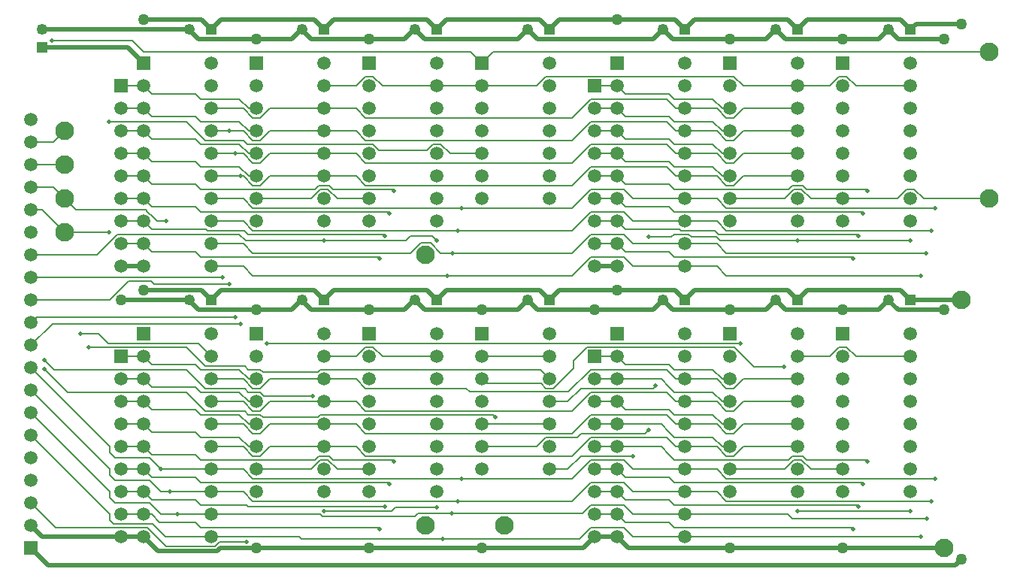
<source format=gbl>
G04*
G04 #@! TF.GenerationSoftware,Altium Limited,Altium Designer,21.9.1 (22)*
G04*
G04 Layer_Physical_Order=2*
G04 Layer_Color=16711680*
%FSLAX25Y25*%
%MOIN*%
G70*
G04*
G04 #@! TF.SameCoordinates,0A486EDA-56B9-4A0C-ABDC-9502F26F7F0D*
G04*
G04*
G04 #@! TF.FilePolarity,Positive*
G04*
G01*
G75*
%ADD26C,0.02000*%
%ADD27C,0.00800*%
%ADD28C,0.08268*%
%ADD29C,0.05906*%
%ADD30R,0.05906X0.05906*%
%ADD31R,0.05906X0.05906*%
%ADD32C,0.05906*%
%ADD33C,0.04921*%
%ADD34R,0.04921X0.04921*%
%ADD35R,0.04921X0.04921*%
%ADD36C,0.02000*%
%ADD37C,0.05000*%
D26*
X330236Y349921D02*
X330315Y350000D01*
X326054Y345739D02*
X330236Y349921D01*
X193984Y120000D02*
X260000D01*
X192631Y118647D02*
X193984Y120000D01*
X166353Y118647D02*
X192631D01*
X160000Y125000D02*
X166353Y118647D01*
X360000Y225739D02*
X385897D01*
X334418D02*
X360000D01*
X310000D02*
X326054D01*
X284576D02*
X310000D01*
X360000Y245000D02*
X370000D01*
X330236Y229921D02*
X330315Y230000D01*
X230000Y350000D02*
X234261Y345739D01*
X179842Y350000D02*
X184103Y345739D01*
X326054Y225739D02*
X330236Y229921D01*
X230000Y230000D02*
X234261Y225739D01*
X179842Y230000D02*
X184103Y225739D01*
X150000Y230000D02*
X179842D01*
X180157D01*
X160000Y234261D02*
Y234300D01*
X150000Y245000D02*
X160000D01*
Y234261D02*
X185739D01*
X190000Y230000D01*
X470000Y120000D02*
X515000D01*
X115000Y350000D02*
X179842D01*
X115000Y342126D02*
X152874D01*
X117500Y112500D02*
X520000D01*
X115000Y125000D02*
X150000D01*
X500000Y230000D02*
X522500D01*
X490176Y229858D02*
X494436Y225597D01*
X515000D01*
X502500Y352500D02*
X522500D01*
X500000Y350000D02*
X502500Y352500D01*
X520000Y112500D02*
X522500Y115000D01*
X110000Y120000D02*
X117500Y112500D01*
X490158Y350000D02*
X494418Y345739D01*
X515000D01*
X420000D02*
X435897D01*
X394418D02*
X420000D01*
X470000D02*
X485897D01*
X444418D02*
X470000D01*
X330236Y349921D02*
X334418Y345739D01*
X330157Y350000D02*
X330236Y349921D01*
X420000Y225739D02*
X435897D01*
X394418D02*
X420000D01*
X470000D02*
X485897D01*
X444418D02*
X470000D01*
X330236Y229921D02*
X334418Y225739D01*
X330157Y230000D02*
X330236Y229921D01*
X260000Y345739D02*
X275739D01*
X234261D02*
X260000D01*
X210000D02*
X225582D01*
X184103D02*
X210000D01*
Y225739D02*
X225582D01*
X184103D02*
X210000D01*
X160000Y354261D02*
X185739D01*
X395739Y234261D02*
X400000Y230000D01*
X369984Y234261D02*
X395739D01*
X344261Y234261D02*
X369984D01*
X234261Y225739D02*
X260000D01*
X275739D01*
X280000Y230000D01*
X179842Y350000D02*
X180157D01*
X160000Y354261D02*
Y354300D01*
X152874Y342126D02*
X160000Y335000D01*
X185739Y354261D02*
X190000Y350000D01*
Y230000D02*
X194261Y234261D01*
X235739D02*
X240000Y230000D01*
X194261Y234261D02*
X235739D01*
X244261D02*
X285739D01*
X240000Y230000D02*
X244261Y234261D01*
X285739D02*
X290000Y230000D01*
X294261Y234261D02*
X335739D01*
X290000Y230000D02*
X294261Y234261D01*
X335739D02*
X340000Y230000D01*
X344261Y234261D01*
X404261D02*
X445739D01*
X400000Y230000D02*
X404261Y234261D01*
X445739D02*
X450000Y230000D01*
X454261Y234261D02*
X495739D01*
X450000Y230000D02*
X454261Y234261D01*
X495739D02*
X500000Y230000D01*
X495739Y354261D02*
X500000Y350000D01*
X450000D02*
X454261Y354261D01*
X495739D01*
X445739D02*
X450000Y350000D01*
X400000D02*
X404261Y354261D01*
X445739D01*
X395739D02*
X400000Y350000D01*
X344261Y354261D02*
X395739D01*
X340000Y350000D02*
X344261Y354261D01*
X335739D02*
X340000Y350000D01*
X290000D02*
X294261Y354261D01*
X335739D01*
X285739D02*
X290000Y350000D01*
X240000D02*
X244261Y354261D01*
X285739D01*
X194261D02*
X235739D01*
X240000Y350000D01*
X190000D02*
X194261Y354261D01*
X485897Y225739D02*
X490158Y230000D01*
X440158D02*
X444418Y225739D01*
X390158Y230000D02*
X394418Y225739D01*
X435897D02*
X440158Y230000D01*
X280315D02*
X284576Y225739D01*
X385897D02*
X390158Y230000D01*
X225582Y225739D02*
X229842Y230000D01*
X225582Y345739D02*
X229842Y350000D01*
X275739Y345739D02*
X280000Y350000D01*
X385897Y345739D02*
X390158Y350000D01*
X334418Y345739D02*
X385897D01*
X280315Y350000D02*
X284576Y345739D01*
X326054D01*
X435897D02*
X440158Y350000D01*
X390158D02*
X394418Y345739D01*
X440158Y350000D02*
X444418Y345739D01*
X485897D02*
X490158Y350000D01*
X375000Y120000D02*
X420000D01*
X370000Y125000D02*
X375000Y120000D01*
X310000D02*
X355000D01*
X360000Y125000D01*
X370000D01*
X260000Y120000D02*
X310000D01*
X420000D02*
X470000D01*
X150000Y125000D02*
X160000D01*
X110000Y130000D02*
X115000Y125000D01*
D27*
X353753Y170753D02*
X382253D01*
X384000Y172500D01*
X370000Y175000D02*
X389500D01*
X360000D02*
X370000D01*
X384000Y258000D02*
X394000D01*
X395153Y259153D01*
X413807Y258000D02*
X415507Y256300D01*
X450000D01*
X414917Y259153D02*
X476347D01*
X418280Y260847D02*
X509092D01*
X414127Y265000D02*
X418280Y260847D01*
X413222D02*
X414917Y259153D01*
X402873Y258000D02*
X413807D01*
X395153Y259153D02*
X401720D01*
X402873Y258000D01*
X373500Y261500D02*
X397627D01*
X398280Y260847D01*
X370000Y265000D02*
X373500Y261500D01*
X398280Y260847D02*
X413222D01*
X400000Y255000D02*
X414127D01*
X377000D02*
X400000D01*
X414127D02*
X418280Y250847D01*
X353753Y160753D02*
X377000D01*
X370000Y165000D02*
X389500D01*
X360000D02*
X370000D01*
X340000Y155000D02*
X348000D01*
X353753Y160753D01*
X389500Y165000D02*
X393000Y161500D01*
X352153Y169153D02*
X353753Y170753D01*
X349974Y150847D02*
X358280Y159153D01*
X349974Y160847D02*
X358280Y169153D01*
X208280Y150847D02*
X349974D01*
X358280Y169153D02*
X391847D01*
X358280Y159153D02*
X372847D01*
X338280Y169153D02*
X352153D01*
X334127Y165000D02*
X338280Y169153D01*
X310000Y165000D02*
X334127D01*
X389500Y175000D02*
X393000Y171500D01*
X353753Y190753D02*
X385753D01*
X387000Y192000D01*
X348000Y185000D02*
X353753Y190753D01*
X340000Y185000D02*
X348000D01*
X370000Y195000D02*
X389500D01*
X393000Y191500D01*
X391847Y189153D02*
X396000Y185000D01*
X349974Y180847D02*
X358280Y189153D01*
X391847D01*
X356550Y209153D02*
X421847D01*
X430500Y200500D02*
X444000D01*
X421847Y209153D02*
X430500Y200500D01*
X341720Y190847D02*
X350500Y199627D01*
Y203103D01*
X356550Y209153D01*
X304647Y189247D02*
X348374D01*
X358280Y199153D02*
X391847D01*
X348374Y189247D02*
X358280Y199153D01*
X303047Y190847D02*
X304647Y189247D01*
X258280Y190847D02*
X303047D01*
X338280D02*
X341720D01*
X336127Y193000D02*
X338280Y190847D01*
X312000Y193000D02*
X336127D01*
X310000Y195000D02*
X312000Y193000D01*
X238280Y199153D02*
X335847D01*
X340000Y195000D01*
X135500Y209153D02*
X178847D01*
X132000Y215000D02*
X140000D01*
X120347Y199153D02*
X178847D01*
X116000Y203500D02*
X120347Y199153D01*
X116000Y199500D02*
X126347Y189153D01*
X110000Y200000D02*
X145000Y165000D01*
Y162251D02*
Y165000D01*
X144500Y309153D02*
X178847D01*
X125000Y260000D02*
X144500D01*
X110000Y250000D02*
X139127D01*
X148280Y259153D02*
X151720D01*
X151720Y259153D01*
X139127Y250000D02*
X148280Y259153D01*
X151720Y259153D02*
X202237D01*
X205090Y256300D01*
X190000Y255000D02*
X204127D01*
X208280Y250847D01*
X205090Y256300D02*
X240000D01*
X191720Y260847D02*
X204474D01*
X206169Y259153D01*
X163500Y261500D02*
X187627D01*
X188280Y260847D01*
X160000Y265000D02*
X163500Y261500D01*
X206169Y259153D02*
X266347D01*
X188280Y260847D02*
X191720D01*
X140000Y215000D02*
X144153Y210847D01*
X314847Y179153D02*
X316000Y178000D01*
X238280Y179153D02*
X314847D01*
X237127Y178000D02*
X238280Y179153D01*
X212873Y178000D02*
X237127D01*
X126347Y189153D02*
X178847D01*
X187247Y180753D01*
X206347Y179153D02*
X211720D01*
X187247Y180753D02*
X204747D01*
X206347Y179153D01*
X211720D02*
X212873Y178000D01*
X144153Y210847D02*
X184153D01*
X190000Y205000D01*
X178847Y209153D02*
X187247Y200753D01*
X178847Y309153D02*
X187153Y300847D01*
X204153D02*
X205847Y299153D01*
X187153Y300847D02*
X204153D01*
X261720Y299153D02*
X264373Y296500D01*
X285627D01*
X295873Y295000D02*
X310000D01*
X291720Y299153D02*
X295873Y295000D01*
X285627Y296500D02*
X288280Y299153D01*
X291720D01*
X205847D02*
X261720D01*
X211720Y189153D02*
X213373Y187500D01*
X235000D01*
X240000Y185000D02*
X254127D01*
X215873D02*
X240000D01*
X254127D02*
X258280Y180847D01*
X241720Y159153D02*
X245873Y155000D01*
X260000D01*
X204747Y190753D02*
X206347Y189153D01*
X187247Y190753D02*
X204747D01*
X206347Y189153D02*
X211720D01*
X178847Y199153D02*
X187247Y190753D01*
X110000Y210000D02*
X119500Y219500D01*
X203000D01*
X112500Y222500D02*
X200500D01*
X110000Y220000D02*
X112500Y222500D01*
X206347Y199153D02*
X211720D01*
X187247Y200753D02*
X204747D01*
X206347Y199153D01*
X202347D02*
X206500Y195000D01*
X185347Y199153D02*
X202347D01*
X211720D02*
X212873Y198000D01*
X237127D01*
X183000Y201500D02*
X185347Y199153D01*
X163500Y201500D02*
X183000D01*
X237127Y198000D02*
X238280Y199153D01*
X119212Y345000D02*
X155000D01*
X160000Y340000D01*
X305000D01*
X310000Y335000D01*
X315000Y340000D02*
X535000D01*
X310000Y335000D02*
X315000Y340000D01*
X421720Y329153D02*
X425873Y325000D01*
X450000D01*
X338280Y329153D02*
X421720D01*
X334127Y325000D02*
X338280Y329153D01*
X310000Y325000D02*
X334127D01*
X110000Y270000D02*
X115000D01*
X125000Y260000D01*
X110000Y290000D02*
X125000D01*
X120000Y300000D02*
X125000Y305000D01*
X110000Y300000D02*
X120000D01*
X470000Y275000D02*
X494127D01*
X498280Y279153D01*
X501720D01*
X505873Y275000D02*
X535000D01*
X501720Y279153D02*
X505873Y275000D01*
X418280Y270847D02*
X511068D01*
X214567Y210753D02*
X424567D01*
X193673Y122800D02*
X205500D01*
X191720Y120847D02*
X193673Y122800D01*
X161720Y129153D02*
X170026Y120847D01*
X152383Y130753D02*
X163747D01*
X169500Y125000D02*
X190000D01*
X163747Y130753D02*
X169500Y125000D01*
X170026Y120847D02*
X191720D01*
X190000Y125000D02*
X228935D01*
X151720Y129153D02*
X161720D01*
X229779Y124155D02*
X292457D01*
X228935Y125000D02*
X229779Y124155D01*
X292457D02*
X353282D01*
X160000Y135000D02*
X163500D01*
X167000Y131500D02*
X183000D01*
X163500Y135000D02*
X167000Y131500D01*
X151720Y129153D02*
X151720Y129153D01*
X152383Y130753D02*
X152383Y130753D01*
X120847Y129153D02*
X151720D01*
X145000Y132251D02*
X146498Y130753D01*
X152383D01*
X110000Y140000D02*
X120847Y129153D01*
X145000Y132251D02*
Y135000D01*
X110000Y170000D02*
X145000Y135000D01*
X147251Y140000D02*
X162500D01*
X145000Y142251D02*
X147251Y140000D01*
X167500Y135000D02*
X175000D01*
X163500Y141500D02*
X183000D01*
X162500Y140000D02*
X167500Y135000D01*
X160000Y145000D02*
X163500Y141500D01*
X281510Y135334D02*
X354461D01*
X208280Y240847D02*
X349974D01*
X400000Y125000D02*
X504500D01*
X447500Y133000D02*
X507408D01*
X445500Y135000D02*
X447500Y133000D01*
X400000Y135000D02*
X445500D01*
X377000Y275000D02*
X400000D01*
X377000Y265000D02*
X400000D01*
X185347Y139153D02*
X205656D01*
X206309Y138500D01*
X267000D01*
X183000Y141500D02*
X185347Y139153D01*
X239089Y134100D02*
X280276D01*
X281510Y135334D01*
X269800Y136300D02*
X271500Y138000D01*
X290000D01*
X240000Y136300D02*
X269800D01*
X353282Y124155D02*
X358280Y129153D01*
X354461Y135334D02*
X358280Y139153D01*
Y129153D02*
X372847D01*
X377000Y125000D02*
X400000D01*
X372847Y129153D02*
X377000Y125000D01*
X358280Y139153D02*
X372847D01*
X377000Y135000D02*
X400000D01*
X372847Y139153D02*
X377000Y135000D01*
X238189D02*
X239089Y134100D01*
X190000Y135000D02*
X238189D01*
X175000D02*
X190000D01*
X171449Y145000D02*
X190000D01*
X167500D02*
X171449D01*
X163500Y161500D02*
X183000D01*
X163500Y171500D02*
X183000D01*
X163500Y181500D02*
X183000D01*
Y171500D02*
X185347Y169153D01*
X160000Y175000D02*
X163500Y171500D01*
X160000Y165000D02*
X163500Y161500D01*
X110000Y180000D02*
X145000Y145000D01*
Y142251D02*
Y145000D01*
X110000Y190000D02*
X145000Y155000D01*
Y152251D02*
Y155000D01*
Y152251D02*
X147251Y150000D01*
X162500D01*
X167500Y145000D01*
X190000Y155000D02*
X204127D01*
X167500D02*
X190000D01*
X162500Y160000D02*
X167500Y155000D01*
X147251Y160000D02*
X162500D01*
X145000Y162251D02*
X147251Y160000D01*
X165852Y265000D02*
X170000D01*
X110000Y230000D02*
X144767D01*
X153167Y238400D02*
X163100D01*
X144767Y230000D02*
X153167Y238400D01*
X164153Y266699D02*
X165852Y265000D01*
X161699Y269153D02*
X161720D01*
X164153Y266720D01*
Y266699D02*
Y266720D01*
X160852Y270000D02*
X161699Y269153D01*
X163500Y271500D02*
X183000D01*
X160000Y275000D02*
X163500Y271500D01*
X130000Y270000D02*
X160852D01*
X125000Y275000D02*
X130000Y270000D01*
X120000Y280000D02*
X125000Y275000D01*
X110000Y280000D02*
X120000D01*
X203000Y285000D02*
X204127D01*
X190000D02*
X203000D01*
X202347Y289153D02*
X206500Y285000D01*
X200500Y295000D02*
X204127D01*
X190000D02*
X200500D01*
X164500Y237000D02*
X198000D01*
Y305000D02*
X204127D01*
X190000D02*
X198000D01*
X185347Y299153D02*
X202347D01*
X206500Y295000D01*
X183000Y301500D02*
X185347Y299153D01*
X198000Y237000D02*
Y237061D01*
X163100Y238400D02*
X164500Y237000D01*
X190000Y195000D02*
X204127D01*
X190000Y315000D02*
X204127D01*
X202347Y319153D02*
X206500Y315000D01*
X185347Y319153D02*
X202347D01*
X185347Y309153D02*
X202347D01*
X206500Y305000D01*
X110000Y240000D02*
X195000D01*
X204127Y245000D02*
X208280Y240847D01*
X287209Y255334D02*
X291696Y250847D01*
X297060D01*
X287980Y258320D02*
X290000Y256300D01*
X278320Y258320D02*
X287980D01*
X240000Y256300D02*
X276300D01*
X278320Y258320D01*
X208280Y260847D02*
X299092D01*
X278304Y250847D02*
X282791Y255334D01*
X208280Y250847D02*
X278304D01*
X282791Y255334D02*
X287209D01*
X450000Y136300D02*
X500000D01*
X450000Y256300D02*
X500000D01*
X451720Y279153D02*
X455873Y275000D01*
X453983Y279153D02*
X480347D01*
X452383Y280753D02*
X453983Y279153D01*
X393000Y281500D02*
X395347Y279153D01*
X447617Y280753D02*
X452383D01*
X455873Y275000D02*
X470000D01*
X270347Y159153D02*
X271000Y158500D01*
X150000Y165000D02*
X160000D01*
X185347Y159153D02*
X236017D01*
X238280D02*
X241720D01*
X243983D02*
X270347D01*
X237617Y160753D02*
X242383D01*
X243983Y159153D01*
X236017D02*
X237617Y160753D01*
X183000Y161500D02*
X185347Y159153D01*
X210000Y155000D02*
X234127D01*
X238280Y159153D01*
X270347Y279153D02*
X271000Y278500D01*
X150000Y285000D02*
X160000D01*
X163500Y281500D01*
X183000D01*
X185347Y279153D02*
X236017D01*
X238280D02*
X241720D01*
X243983D02*
X270347D01*
X237617Y280753D02*
X242383D01*
X243983Y279153D01*
X236017D02*
X237617Y280753D01*
X183000Y281500D02*
X185347Y279153D01*
X210000Y275000D02*
X234127D01*
X238280Y279153D01*
X245873Y275000D02*
X260000D01*
X241720Y279153D02*
X245873Y275000D01*
X480347Y279153D02*
X481000Y278500D01*
X360000Y285000D02*
X370000D01*
X373500Y281500D01*
X393000D01*
X395347Y279153D02*
X446017D01*
X448280D02*
X451720D01*
X446017D02*
X447617Y280753D01*
X420000Y275000D02*
X444127D01*
X448280Y279153D01*
X480347Y159153D02*
X481000Y158500D01*
X395347Y159153D02*
X446017D01*
X448280D02*
X451720D01*
X453983D02*
X480347D01*
X447617Y160753D02*
X452383D01*
X453983Y159153D01*
X446017D02*
X447617Y160753D01*
X393000Y161500D02*
X395347Y159153D01*
X420000Y155000D02*
X444127D01*
X448280Y159153D01*
X455873Y155000D02*
X470000D01*
X451720Y159153D02*
X455873Y155000D01*
X258280Y280847D02*
X349974D01*
X254127Y285000D02*
X258280Y280847D01*
X240000Y285000D02*
X254127D01*
X190000Y275000D02*
X204127D01*
X208280Y270847D01*
X360000Y205000D02*
X370000D01*
X373500Y201500D01*
X393000D02*
X395347Y199153D01*
X373500Y201500D02*
X393000D01*
X412347Y199153D02*
X416500Y195000D01*
X420000D01*
X395347Y199153D02*
X412347D01*
X395347Y189153D02*
X412347D01*
X416500Y185000D02*
X420000D01*
X412347Y189153D02*
X416500Y185000D01*
X393000Y191500D02*
X395347Y189153D01*
X360000Y195000D02*
X370000D01*
X395347Y179153D02*
X412347D01*
X416500Y175000D02*
X420000D01*
X412347Y179153D02*
X416500Y175000D01*
X373500Y181500D02*
X393000D01*
X395347Y179153D01*
X370000Y185000D02*
X373500Y181500D01*
X360000Y185000D02*
X370000D01*
X395347Y169153D02*
X412347D01*
X416500Y165000D02*
X420000D01*
X412347Y169153D02*
X416500Y165000D01*
X393000Y171500D02*
X395347Y169153D01*
X215873Y195000D02*
X240000D01*
X208280Y190847D02*
X211720D01*
X215873Y195000D01*
X204127D02*
X208280Y190847D01*
X254127Y195000D02*
X258280Y190847D01*
X240000Y195000D02*
X254127D01*
X425873D02*
X450000D01*
X421720Y190847D02*
X425873Y195000D01*
X418280Y190847D02*
X421720D01*
X400000Y195000D02*
X414127D01*
X418280Y190847D01*
X396000Y195000D02*
X400000D01*
X391847Y199153D02*
X396000Y195000D01*
Y185000D02*
X400000D01*
X414127D02*
X418280Y180847D01*
X400000Y185000D02*
X414127D01*
X418280Y180847D02*
X421720D01*
X425873Y185000D01*
X450000D01*
X258280Y180847D02*
X349974D01*
X204127Y185000D02*
X208280Y180847D01*
X190000Y185000D02*
X204127D01*
X211720Y180847D02*
X215873Y185000D01*
X208280Y180847D02*
X211720D01*
X358280Y179153D02*
X391847D01*
X396000Y175000D01*
X400000D01*
X414127D02*
X418280Y170847D01*
X400000Y175000D02*
X414127D01*
X349974Y170847D02*
X358280Y179153D01*
X418280Y170847D02*
X421720D01*
X425873Y175000D01*
X450000D01*
X258280Y170847D02*
X349974D01*
X240000Y175000D02*
X254127D01*
X258280Y170847D01*
X204127Y175000D02*
X208280Y170847D01*
X190000Y175000D02*
X204127D01*
X211720Y170847D02*
X215873Y175000D01*
X208280Y170847D02*
X211720D01*
X215873Y175000D02*
X240000D01*
X391847Y169153D02*
X396000Y165000D01*
X400000D01*
X414127D02*
X418280Y160847D01*
X400000Y165000D02*
X414127D01*
X418280Y160847D02*
X421720D01*
X425873Y165000D01*
X450000D01*
X240000D02*
X254127D01*
X204127D02*
X208280Y160847D01*
X190000Y165000D02*
X204127D01*
X211720Y160847D02*
X215873Y165000D01*
X208280Y160847D02*
X211720D01*
X215873Y165000D02*
X240000D01*
X372847Y159153D02*
X377000Y155000D01*
X400000D01*
X358280Y149153D02*
X372847D01*
X377000Y145000D02*
X400000D01*
X372847Y149153D02*
X377000Y145000D01*
X190000D02*
X204127D01*
X414127D02*
X418280Y140847D01*
X400000Y145000D02*
X414127D01*
X418280Y140847D02*
X509092D01*
X418280Y150847D02*
X511068D01*
X400000Y155000D02*
X414127D01*
X418280Y150847D01*
X204127Y145000D02*
X208280Y140847D01*
X254127Y165000D02*
X258280Y160847D01*
X349974D01*
Y140847D02*
X358280Y149153D01*
X204127Y155000D02*
X208280Y150847D01*
Y140847D02*
X349974D01*
X206500Y195000D02*
X210000D01*
X160000Y205000D02*
X163500Y201500D01*
X150000Y205000D02*
X160000D01*
X185347Y189153D02*
X202347D01*
X206500Y185000D02*
X210000D01*
X202347Y189153D02*
X206500Y185000D01*
X163500Y191500D02*
X183000D01*
X185347Y189153D01*
X160000Y195000D02*
X163500Y191500D01*
X150000Y195000D02*
X160000D01*
X185347Y179153D02*
X202347D01*
X206500Y175000D02*
X210000D01*
X202347Y179153D02*
X206500Y175000D01*
X183000Y181500D02*
X185347Y179153D01*
X160000Y185000D02*
X163500Y181500D01*
X150000Y185000D02*
X160000D01*
X185347Y169153D02*
X202347D01*
X206500Y165000D02*
X210000D01*
X202347Y169153D02*
X206500Y165000D01*
X150000Y175000D02*
X160000D01*
X254127Y205000D02*
X258280Y209153D01*
X261720D01*
X240000Y205000D02*
X254127D01*
X265873D02*
X290000D01*
X261720Y209153D02*
X265873Y205000D01*
X290000Y325000D02*
X310000D01*
X254127D02*
X258280Y329153D01*
X261720D01*
X240000Y325000D02*
X254127D01*
X265873D02*
X290000D01*
X261720Y329153D02*
X265873Y325000D01*
X464127D02*
X468280Y329153D01*
X471720D01*
X450000Y325000D02*
X464127D01*
X475873D02*
X500000D01*
X471720Y329153D02*
X475873Y325000D01*
X471720Y209153D02*
X475873Y205000D01*
X500000D01*
X450000D02*
X464127D01*
X468280Y209153D02*
X471720D01*
X464127Y205000D02*
X468280Y209153D01*
X395347Y139153D02*
X476347D01*
X395347Y129153D02*
X473847D01*
X393000Y131500D02*
X395347Y129153D01*
X185347D02*
X263847D01*
X183000Y131500D02*
X185347Y129153D01*
X310000Y205000D02*
X340000D01*
X310000Y175000D02*
X340000D01*
X301068Y270847D02*
X349974D01*
X208280D02*
X301068D01*
X299092Y260847D02*
X349974D01*
Y270847D02*
X358280Y279153D01*
X297060Y250847D02*
X349974D01*
Y260847D02*
X358280Y269153D01*
X150000Y155000D02*
X160000D01*
X163500Y151500D01*
X183000D01*
X150000Y145000D02*
X160000D01*
X150000Y135000D02*
X160000D01*
X183000Y151500D02*
X185347Y149153D01*
X263847Y129153D02*
X264500Y128500D01*
X268347Y149153D02*
X269000Y148500D01*
X185347Y149153D02*
X268347D01*
X360000Y155000D02*
X370000D01*
X373500Y151500D01*
X393000D01*
Y141500D02*
X395347Y139153D01*
X360000Y145000D02*
X370000D01*
X373500Y141500D01*
X393000D01*
X360000Y135000D02*
X370000D01*
X373500Y131500D01*
X393000D01*
Y151500D02*
X395347Y149153D01*
X473847Y129153D02*
X474500Y128500D01*
X476347Y139153D02*
X477000Y138500D01*
X478347Y149153D02*
X479000Y148500D01*
X395347Y149153D02*
X478347D01*
X360000Y275000D02*
X370000D01*
X373500Y271500D01*
X393000D01*
X360000Y265000D02*
X370000D01*
X393000Y251500D02*
X395347Y249153D01*
X360000Y255000D02*
X370000D01*
X373500Y251500D01*
X393000D01*
Y271500D02*
X395347Y269153D01*
X473847Y249153D02*
X474500Y248500D01*
X395347Y249153D02*
X473847D01*
X476347Y259153D02*
X477000Y258500D01*
X478347Y269153D02*
X479000Y268500D01*
X395347Y269153D02*
X478347D01*
X349974Y280847D02*
X358280Y289153D01*
X185347Y269153D02*
X268347D01*
X269000Y268500D01*
X266347Y259153D02*
X267000Y258500D01*
X204127Y265000D02*
X208280Y260847D01*
X185347Y249153D02*
X263847D01*
X264500Y248500D01*
X349974Y250847D02*
X358280Y259153D01*
X183000Y271500D02*
X185347Y269153D01*
X414127Y275000D02*
X418280Y270847D01*
X400000Y275000D02*
X414127D01*
X400000Y265000D02*
X414127D01*
X418280Y250847D02*
X507060D01*
X418280Y240847D02*
X504500D01*
X400000Y245000D02*
X414127D01*
X418280Y240847D01*
X190000Y245000D02*
X204127D01*
X349974Y240847D02*
X358280Y249153D01*
X372847D02*
X377000Y245000D01*
X400000D01*
X358280Y249153D02*
X372847D01*
Y259153D02*
X377000Y255000D01*
X358280Y259153D02*
X372847D01*
X190000Y265000D02*
X204127D01*
X372847Y269153D02*
X377000Y265000D01*
X358280Y269153D02*
X372847D01*
X358280Y279153D02*
X372847D01*
X377000Y275000D01*
X163500Y251500D02*
X183000D01*
X160000Y255000D02*
X163500Y251500D01*
X150000Y255000D02*
X160000D01*
X183000Y251500D02*
X185347Y249153D01*
X150000Y265000D02*
X160000D01*
X150000Y275000D02*
X160000D01*
X150000Y295000D02*
X160000D01*
X163500Y291500D01*
X183000D02*
X185347Y289153D01*
X163500Y291500D02*
X183000D01*
X206500Y285000D02*
X210000D01*
X185347Y289153D02*
X202347D01*
X150000Y305000D02*
X160000D01*
X163500Y301500D01*
X183000D01*
X206500Y295000D02*
X210000D01*
X150000Y315000D02*
X160000D01*
X163500Y311500D01*
X183000D02*
X185347Y309153D01*
X163500Y311500D02*
X183000D01*
X206500Y305000D02*
X210000D01*
X150000Y325000D02*
X160000D01*
X163500Y321500D01*
X183000D02*
X185347Y319153D01*
X163500Y321500D02*
X183000D01*
X206500Y315000D02*
X210000D01*
X360000Y295000D02*
X370000D01*
X373500Y291500D01*
X393000D02*
X395347Y289153D01*
X373500Y291500D02*
X393000D01*
X412347Y289153D02*
X416500Y285000D01*
X420000D01*
X395347Y289153D02*
X412347D01*
X360000Y305000D02*
X370000D01*
X373500Y301500D01*
X393000D02*
X395347Y299153D01*
X373500Y301500D02*
X393000D01*
X412347Y299153D02*
X416500Y295000D01*
X420000D01*
X395347Y299153D02*
X412347D01*
X360000Y315000D02*
X370000D01*
X373500Y311500D01*
X393000D02*
X395347Y309153D01*
X373500Y311500D02*
X393000D01*
X412347Y309153D02*
X416500Y305000D01*
X420000D01*
X395347Y309153D02*
X412347D01*
X395347Y319153D02*
X412347D01*
X416500Y315000D02*
X420000D01*
X412347Y319153D02*
X416500Y315000D01*
X215873Y285000D02*
X240000D01*
X208280Y280847D02*
X211720D01*
X215873Y285000D01*
X204127D02*
X208280Y280847D01*
X425873Y285000D02*
X450000D01*
X421720Y280847D02*
X425873Y285000D01*
X418280Y280847D02*
X421720D01*
X400000Y285000D02*
X414127D01*
X418280Y280847D01*
X396000Y285000D02*
X400000D01*
X391847Y289153D02*
X396000Y285000D01*
X358280Y289153D02*
X391847D01*
X215873Y295000D02*
X240000D01*
X208280Y290847D02*
X211720D01*
X215873Y295000D01*
X204127D02*
X208280Y290847D01*
X240000Y295000D02*
X254127D01*
X258280Y290847D01*
X349974D01*
X425873Y295000D02*
X450000D01*
X421720Y290847D02*
X425873Y295000D01*
X418280Y290847D02*
X421720D01*
X349974D02*
X358280Y299153D01*
X400000Y295000D02*
X414127D01*
X418280Y290847D01*
X396000Y295000D02*
X400000D01*
X391847Y299153D02*
X396000Y295000D01*
X358280Y299153D02*
X391847D01*
X215873Y305000D02*
X240000D01*
X208280Y300847D02*
X211720D01*
X215873Y305000D01*
X204127D02*
X208280Y300847D01*
X240000Y305000D02*
X254127D01*
X258280Y300847D01*
X349974D01*
X425873Y305000D02*
X450000D01*
X421720Y300847D02*
X425873Y305000D01*
X418280Y300847D02*
X421720D01*
X349974D02*
X358280Y309153D01*
X400000Y305000D02*
X414127D01*
X418280Y300847D01*
X396000Y305000D02*
X400000D01*
X391847Y309153D02*
X396000Y305000D01*
X358280Y309153D02*
X391847D01*
X373500Y321500D02*
X393000D01*
X395347Y319153D01*
X358280Y319153D02*
X391847D01*
X396000Y315000D01*
X400000D01*
X414127D02*
X418280Y310847D01*
X400000Y315000D02*
X414127D01*
X370000Y325000D02*
X373500Y321500D01*
X349974Y310847D02*
X358280Y319153D01*
X360000Y325000D02*
X370000D01*
X418280Y310847D02*
X421720D01*
X425873Y315000D01*
X450000D01*
X258280Y310847D02*
X349974D01*
X254127Y315000D02*
X258280Y310847D01*
X240000Y315000D02*
X254127D01*
X204127D02*
X208280Y310847D01*
X211720D02*
X215873Y315000D01*
X208280Y310847D02*
X211720D01*
X215873Y315000D02*
X240000D01*
D28*
X535000Y340000D02*
D03*
X320000Y130000D02*
D03*
X285000Y250000D02*
D03*
X125000Y275000D02*
D03*
X285000Y130000D02*
D03*
X125000Y290000D02*
D03*
Y260000D02*
D03*
Y305000D02*
D03*
X515000Y120000D02*
D03*
X522500Y230000D02*
D03*
X535000Y275000D02*
D03*
D29*
X240000Y265000D02*
D03*
Y275000D02*
D03*
Y285000D02*
D03*
Y295000D02*
D03*
Y305000D02*
D03*
Y315000D02*
D03*
Y325000D02*
D03*
Y335000D02*
D03*
X210000Y265000D02*
D03*
Y275000D02*
D03*
Y285000D02*
D03*
Y295000D02*
D03*
Y305000D02*
D03*
Y315000D02*
D03*
Y325000D02*
D03*
X290000Y265000D02*
D03*
Y275000D02*
D03*
Y285000D02*
D03*
Y295000D02*
D03*
Y305000D02*
D03*
Y315000D02*
D03*
Y325000D02*
D03*
Y335000D02*
D03*
X260000Y265000D02*
D03*
Y275000D02*
D03*
Y285000D02*
D03*
Y295000D02*
D03*
Y305000D02*
D03*
Y315000D02*
D03*
Y325000D02*
D03*
X290000Y145000D02*
D03*
Y155000D02*
D03*
Y165000D02*
D03*
Y175000D02*
D03*
Y185000D02*
D03*
Y195000D02*
D03*
Y205000D02*
D03*
Y215000D02*
D03*
X260000Y145000D02*
D03*
Y155000D02*
D03*
Y165000D02*
D03*
Y175000D02*
D03*
Y185000D02*
D03*
Y195000D02*
D03*
Y205000D02*
D03*
X310000Y325000D02*
D03*
Y315000D02*
D03*
Y305000D02*
D03*
Y295000D02*
D03*
Y285000D02*
D03*
Y275000D02*
D03*
X340000Y335000D02*
D03*
Y325000D02*
D03*
Y315000D02*
D03*
Y305000D02*
D03*
Y295000D02*
D03*
Y285000D02*
D03*
Y275000D02*
D03*
X470000Y325000D02*
D03*
Y315000D02*
D03*
Y305000D02*
D03*
Y295000D02*
D03*
Y285000D02*
D03*
Y275000D02*
D03*
Y265000D02*
D03*
X500000Y335000D02*
D03*
Y325000D02*
D03*
Y315000D02*
D03*
Y305000D02*
D03*
Y295000D02*
D03*
Y285000D02*
D03*
Y275000D02*
D03*
Y265000D02*
D03*
X310000Y205000D02*
D03*
Y195000D02*
D03*
Y185000D02*
D03*
Y175000D02*
D03*
Y165000D02*
D03*
Y155000D02*
D03*
X340000Y215000D02*
D03*
Y205000D02*
D03*
Y195000D02*
D03*
Y185000D02*
D03*
Y175000D02*
D03*
Y165000D02*
D03*
Y155000D02*
D03*
X190000Y125000D02*
D03*
Y135000D02*
D03*
Y145000D02*
D03*
Y155000D02*
D03*
Y165000D02*
D03*
Y175000D02*
D03*
Y185000D02*
D03*
Y195000D02*
D03*
Y215000D02*
D03*
X160000Y125000D02*
D03*
Y135000D02*
D03*
Y145000D02*
D03*
Y155000D02*
D03*
Y165000D02*
D03*
Y175000D02*
D03*
Y185000D02*
D03*
Y195000D02*
D03*
Y205000D02*
D03*
X210000D02*
D03*
Y195000D02*
D03*
Y185000D02*
D03*
Y175000D02*
D03*
Y165000D02*
D03*
Y155000D02*
D03*
Y145000D02*
D03*
X240000Y215000D02*
D03*
Y205000D02*
D03*
Y195000D02*
D03*
Y185000D02*
D03*
Y175000D02*
D03*
Y165000D02*
D03*
Y155000D02*
D03*
Y145000D02*
D03*
X400000Y125000D02*
D03*
Y135000D02*
D03*
Y145000D02*
D03*
Y155000D02*
D03*
Y165000D02*
D03*
Y175000D02*
D03*
Y185000D02*
D03*
Y195000D02*
D03*
Y215000D02*
D03*
X370000Y125000D02*
D03*
Y135000D02*
D03*
Y145000D02*
D03*
Y155000D02*
D03*
Y165000D02*
D03*
Y175000D02*
D03*
Y185000D02*
D03*
Y195000D02*
D03*
Y205000D02*
D03*
X470000D02*
D03*
Y195000D02*
D03*
Y185000D02*
D03*
Y175000D02*
D03*
Y165000D02*
D03*
Y155000D02*
D03*
Y145000D02*
D03*
X500000Y215000D02*
D03*
Y205000D02*
D03*
Y195000D02*
D03*
Y185000D02*
D03*
Y175000D02*
D03*
Y165000D02*
D03*
Y155000D02*
D03*
Y145000D02*
D03*
X420000Y325000D02*
D03*
Y315000D02*
D03*
Y305000D02*
D03*
Y295000D02*
D03*
Y285000D02*
D03*
Y275000D02*
D03*
Y265000D02*
D03*
X450000Y335000D02*
D03*
Y325000D02*
D03*
Y315000D02*
D03*
Y305000D02*
D03*
Y295000D02*
D03*
Y285000D02*
D03*
Y275000D02*
D03*
Y265000D02*
D03*
X420000Y205000D02*
D03*
Y195000D02*
D03*
Y185000D02*
D03*
Y175000D02*
D03*
Y165000D02*
D03*
Y155000D02*
D03*
Y145000D02*
D03*
X450000Y215000D02*
D03*
Y205000D02*
D03*
Y195000D02*
D03*
Y185000D02*
D03*
Y175000D02*
D03*
Y165000D02*
D03*
Y155000D02*
D03*
Y145000D02*
D03*
X190000Y245000D02*
D03*
Y255000D02*
D03*
Y265000D02*
D03*
Y275000D02*
D03*
Y285000D02*
D03*
Y295000D02*
D03*
Y305000D02*
D03*
Y315000D02*
D03*
Y335000D02*
D03*
X160000Y245000D02*
D03*
Y255000D02*
D03*
Y265000D02*
D03*
Y275000D02*
D03*
Y285000D02*
D03*
Y295000D02*
D03*
Y305000D02*
D03*
Y315000D02*
D03*
Y325000D02*
D03*
X400000Y245000D02*
D03*
Y255000D02*
D03*
Y265000D02*
D03*
Y275000D02*
D03*
Y285000D02*
D03*
Y295000D02*
D03*
Y305000D02*
D03*
Y315000D02*
D03*
Y335000D02*
D03*
X370000Y245000D02*
D03*
Y255000D02*
D03*
Y265000D02*
D03*
Y275000D02*
D03*
Y285000D02*
D03*
Y295000D02*
D03*
Y305000D02*
D03*
Y315000D02*
D03*
Y325000D02*
D03*
D30*
X210000Y335000D02*
D03*
X260000D02*
D03*
Y215000D02*
D03*
X310000Y335000D02*
D03*
X470000D02*
D03*
X310000Y215000D02*
D03*
X160000D02*
D03*
X210000D02*
D03*
X370000D02*
D03*
X470000D02*
D03*
X420000Y335000D02*
D03*
Y215000D02*
D03*
X160000Y335000D02*
D03*
X370000D02*
D03*
D31*
X150000Y325000D02*
D03*
Y205000D02*
D03*
X360000D02*
D03*
Y325000D02*
D03*
X110000Y120000D02*
D03*
D32*
X150000Y305000D02*
D03*
Y295000D02*
D03*
Y285000D02*
D03*
Y275000D02*
D03*
Y265000D02*
D03*
Y255000D02*
D03*
Y245000D02*
D03*
Y315000D02*
D03*
Y185000D02*
D03*
Y175000D02*
D03*
Y165000D02*
D03*
Y155000D02*
D03*
Y145000D02*
D03*
Y135000D02*
D03*
Y125000D02*
D03*
Y195000D02*
D03*
X360000Y185000D02*
D03*
Y175000D02*
D03*
Y165000D02*
D03*
Y155000D02*
D03*
Y145000D02*
D03*
Y135000D02*
D03*
Y125000D02*
D03*
Y195000D02*
D03*
Y305000D02*
D03*
Y295000D02*
D03*
Y285000D02*
D03*
Y275000D02*
D03*
Y265000D02*
D03*
Y255000D02*
D03*
Y245000D02*
D03*
Y315000D02*
D03*
X110000Y130000D02*
D03*
Y140000D02*
D03*
Y150000D02*
D03*
Y160000D02*
D03*
Y170000D02*
D03*
Y180000D02*
D03*
Y190000D02*
D03*
Y200000D02*
D03*
Y210000D02*
D03*
Y220000D02*
D03*
Y230000D02*
D03*
Y240000D02*
D03*
Y250000D02*
D03*
Y260000D02*
D03*
Y270000D02*
D03*
Y280000D02*
D03*
Y290000D02*
D03*
Y300000D02*
D03*
Y310000D02*
D03*
X190000Y205000D02*
D03*
X400000D02*
D03*
X190000Y325000D02*
D03*
X400000D02*
D03*
D33*
X330157Y350000D02*
D03*
Y230000D02*
D03*
X180157D02*
D03*
X280157D02*
D03*
X230157D02*
D03*
X180157Y350000D02*
D03*
X280157D02*
D03*
X230157D02*
D03*
X390158Y230000D02*
D03*
X490158D02*
D03*
X440158D02*
D03*
X390158Y350000D02*
D03*
X490158D02*
D03*
X440158D02*
D03*
X115000D02*
D03*
D34*
X340000D02*
D03*
Y230000D02*
D03*
X190000D02*
D03*
X290000D02*
D03*
X240000D02*
D03*
X190000Y350000D02*
D03*
X290000D02*
D03*
X240000D02*
D03*
X400000Y230000D02*
D03*
X500000D02*
D03*
X450000D02*
D03*
X400000Y350000D02*
D03*
X500000D02*
D03*
X450000D02*
D03*
D35*
X115000Y342126D02*
D03*
D36*
X384000Y172500D02*
D03*
Y258000D02*
D03*
X377000Y160753D02*
D03*
X387000Y192000D02*
D03*
X444000Y200500D02*
D03*
X135500Y209153D02*
D03*
X132000Y215000D02*
D03*
X116000Y203500D02*
D03*
Y199500D02*
D03*
X144500Y309153D02*
D03*
Y260000D02*
D03*
X316000Y178000D02*
D03*
X235000Y187500D02*
D03*
X203000Y219500D02*
D03*
X119212Y345000D02*
D03*
X511068Y270847D02*
D03*
X214567Y210753D02*
D03*
X424567D02*
D03*
X205500Y122800D02*
D03*
X507408Y133000D02*
D03*
X504500Y125000D02*
D03*
X509092Y140847D02*
D03*
X511068Y150847D02*
D03*
X296500Y135334D02*
D03*
X292457Y124155D02*
D03*
X299092Y140847D02*
D03*
X301068Y150847D02*
D03*
X290000Y138000D02*
D03*
X175000Y135000D02*
D03*
X171449Y145000D02*
D03*
X167500Y155000D02*
D03*
X170000Y265000D02*
D03*
X203000Y285000D02*
D03*
X200500Y295000D02*
D03*
Y222500D02*
D03*
X198000Y305000D02*
D03*
Y237061D02*
D03*
X195000Y240000D02*
D03*
X240000Y256300D02*
D03*
X290000D02*
D03*
X240000Y136300D02*
D03*
X450000D02*
D03*
X500000D02*
D03*
Y256300D02*
D03*
X450000D02*
D03*
X504500Y240847D02*
D03*
X507060Y250847D02*
D03*
X509092Y260847D02*
D03*
X301068Y270847D02*
D03*
X299092Y260847D02*
D03*
X297060Y250847D02*
D03*
X294500Y240847D02*
D03*
X264500Y128500D02*
D03*
X267000Y138500D02*
D03*
X269000Y148500D02*
D03*
X271000Y158500D02*
D03*
X474500Y128500D02*
D03*
X477000Y138500D02*
D03*
X479000Y148500D02*
D03*
X481000Y158500D02*
D03*
X474500Y248500D02*
D03*
X477000Y258500D02*
D03*
X479000Y268500D02*
D03*
X481000Y278500D02*
D03*
X271000D02*
D03*
X269000Y268500D02*
D03*
X267000Y258500D02*
D03*
X264500Y248500D02*
D03*
D37*
X210000Y120000D02*
D03*
X360000Y225739D02*
D03*
X310000D02*
D03*
X150000Y230000D02*
D03*
X160000Y234300D02*
D03*
X515000Y225597D02*
D03*
X522500Y352500D02*
D03*
X515000Y345739D02*
D03*
X522500Y115000D02*
D03*
X210000Y345739D02*
D03*
X260000D02*
D03*
X420000D02*
D03*
X470000D02*
D03*
Y225739D02*
D03*
X420000D02*
D03*
X210000D02*
D03*
X369984Y354261D02*
D03*
Y234261D02*
D03*
X260000Y225739D02*
D03*
X160000Y354300D02*
D03*
X310000Y120000D02*
D03*
X260000D02*
D03*
X420000D02*
D03*
X470000D02*
D03*
M02*

</source>
